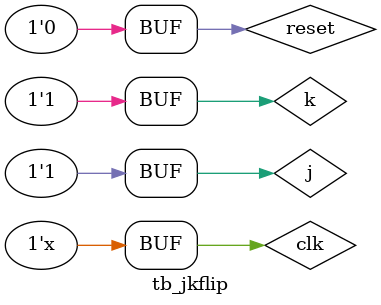
<source format=v>
`timescale 1ns / 1ps


module tb_jkflip;

	reg clk=0;
	reg j=0;
	reg k=0;
	reg reset=1;
	wire q, qnot;

	  jkff dut(reset, clk,j,k,q,qnot);

	initial
	  begin
		
			 j=1'b1; // set
			 k=1'b1; 
		#5  reset=1'b0;
	  end

	always #1 clk=~clk;

endmodule


</source>
